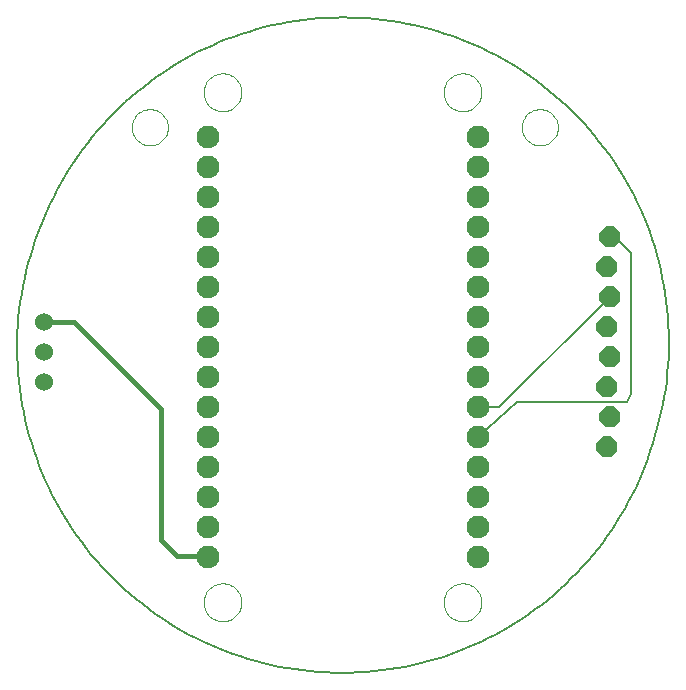
<source format=gbl>
G75*
%MOIN*%
%OFA0B0*%
%FSLAX24Y24*%
%IPPOS*%
%LPD*%
%AMOC8*
5,1,8,0,0,1.08239X$1,22.5*
%
%ADD10C,0.0000*%
%ADD11C,0.0050*%
%ADD12C,0.0080*%
%ADD13C,0.0760*%
%ADD14OC8,0.0700*%
%ADD15C,0.0600*%
%ADD16C,0.0160*%
D10*
X006445Y003425D02*
X006447Y003475D01*
X006453Y003525D01*
X006463Y003574D01*
X006477Y003622D01*
X006494Y003669D01*
X006515Y003714D01*
X006540Y003758D01*
X006568Y003799D01*
X006600Y003838D01*
X006634Y003875D01*
X006671Y003909D01*
X006711Y003939D01*
X006753Y003966D01*
X006797Y003990D01*
X006843Y004011D01*
X006890Y004027D01*
X006938Y004040D01*
X006988Y004049D01*
X007037Y004054D01*
X007088Y004055D01*
X007138Y004052D01*
X007187Y004045D01*
X007236Y004034D01*
X007284Y004019D01*
X007330Y004001D01*
X007375Y003979D01*
X007418Y003953D01*
X007459Y003924D01*
X007498Y003892D01*
X007534Y003857D01*
X007566Y003819D01*
X007596Y003779D01*
X007623Y003736D01*
X007646Y003692D01*
X007665Y003646D01*
X007681Y003598D01*
X007693Y003549D01*
X007701Y003500D01*
X007705Y003450D01*
X007705Y003400D01*
X007701Y003350D01*
X007693Y003301D01*
X007681Y003252D01*
X007665Y003204D01*
X007646Y003158D01*
X007623Y003114D01*
X007596Y003071D01*
X007566Y003031D01*
X007534Y002993D01*
X007498Y002958D01*
X007459Y002926D01*
X007418Y002897D01*
X007375Y002871D01*
X007330Y002849D01*
X007284Y002831D01*
X007236Y002816D01*
X007187Y002805D01*
X007138Y002798D01*
X007088Y002795D01*
X007037Y002796D01*
X006988Y002801D01*
X006938Y002810D01*
X006890Y002823D01*
X006843Y002839D01*
X006797Y002860D01*
X006753Y002884D01*
X006711Y002911D01*
X006671Y002941D01*
X006634Y002975D01*
X006600Y003012D01*
X006568Y003051D01*
X006540Y003092D01*
X006515Y003136D01*
X006494Y003181D01*
X006477Y003228D01*
X006463Y003276D01*
X006453Y003325D01*
X006447Y003375D01*
X006445Y003425D01*
X014445Y003425D02*
X014447Y003475D01*
X014453Y003525D01*
X014463Y003574D01*
X014477Y003622D01*
X014494Y003669D01*
X014515Y003714D01*
X014540Y003758D01*
X014568Y003799D01*
X014600Y003838D01*
X014634Y003875D01*
X014671Y003909D01*
X014711Y003939D01*
X014753Y003966D01*
X014797Y003990D01*
X014843Y004011D01*
X014890Y004027D01*
X014938Y004040D01*
X014988Y004049D01*
X015037Y004054D01*
X015088Y004055D01*
X015138Y004052D01*
X015187Y004045D01*
X015236Y004034D01*
X015284Y004019D01*
X015330Y004001D01*
X015375Y003979D01*
X015418Y003953D01*
X015459Y003924D01*
X015498Y003892D01*
X015534Y003857D01*
X015566Y003819D01*
X015596Y003779D01*
X015623Y003736D01*
X015646Y003692D01*
X015665Y003646D01*
X015681Y003598D01*
X015693Y003549D01*
X015701Y003500D01*
X015705Y003450D01*
X015705Y003400D01*
X015701Y003350D01*
X015693Y003301D01*
X015681Y003252D01*
X015665Y003204D01*
X015646Y003158D01*
X015623Y003114D01*
X015596Y003071D01*
X015566Y003031D01*
X015534Y002993D01*
X015498Y002958D01*
X015459Y002926D01*
X015418Y002897D01*
X015375Y002871D01*
X015330Y002849D01*
X015284Y002831D01*
X015236Y002816D01*
X015187Y002805D01*
X015138Y002798D01*
X015088Y002795D01*
X015037Y002796D01*
X014988Y002801D01*
X014938Y002810D01*
X014890Y002823D01*
X014843Y002839D01*
X014797Y002860D01*
X014753Y002884D01*
X014711Y002911D01*
X014671Y002941D01*
X014634Y002975D01*
X014600Y003012D01*
X014568Y003051D01*
X014540Y003092D01*
X014515Y003136D01*
X014494Y003181D01*
X014477Y003228D01*
X014463Y003276D01*
X014453Y003325D01*
X014447Y003375D01*
X014445Y003425D01*
X017052Y019255D02*
X017054Y019304D01*
X017060Y019352D01*
X017070Y019399D01*
X017083Y019446D01*
X017100Y019491D01*
X017121Y019535D01*
X017145Y019577D01*
X017173Y019617D01*
X017204Y019655D01*
X017237Y019690D01*
X017274Y019722D01*
X017312Y019751D01*
X017353Y019777D01*
X017396Y019800D01*
X017441Y019819D01*
X017487Y019834D01*
X017534Y019846D01*
X017582Y019854D01*
X017631Y019858D01*
X017679Y019858D01*
X017728Y019854D01*
X017776Y019846D01*
X017823Y019834D01*
X017869Y019819D01*
X017914Y019800D01*
X017956Y019777D01*
X017998Y019751D01*
X018036Y019722D01*
X018073Y019690D01*
X018106Y019655D01*
X018137Y019617D01*
X018165Y019577D01*
X018189Y019535D01*
X018210Y019491D01*
X018227Y019446D01*
X018240Y019399D01*
X018250Y019352D01*
X018256Y019304D01*
X018258Y019255D01*
X018256Y019206D01*
X018250Y019158D01*
X018240Y019111D01*
X018227Y019064D01*
X018210Y019019D01*
X018189Y018975D01*
X018165Y018933D01*
X018137Y018893D01*
X018106Y018855D01*
X018073Y018820D01*
X018036Y018788D01*
X017998Y018759D01*
X017957Y018733D01*
X017914Y018710D01*
X017869Y018691D01*
X017823Y018676D01*
X017776Y018664D01*
X017728Y018656D01*
X017679Y018652D01*
X017631Y018652D01*
X017582Y018656D01*
X017534Y018664D01*
X017487Y018676D01*
X017441Y018691D01*
X017396Y018710D01*
X017354Y018733D01*
X017312Y018759D01*
X017274Y018788D01*
X017237Y018820D01*
X017204Y018855D01*
X017173Y018893D01*
X017145Y018933D01*
X017121Y018975D01*
X017100Y019019D01*
X017083Y019064D01*
X017070Y019111D01*
X017060Y019158D01*
X017054Y019206D01*
X017052Y019255D01*
X014445Y020425D02*
X014447Y020475D01*
X014453Y020525D01*
X014463Y020574D01*
X014477Y020622D01*
X014494Y020669D01*
X014515Y020714D01*
X014540Y020758D01*
X014568Y020799D01*
X014600Y020838D01*
X014634Y020875D01*
X014671Y020909D01*
X014711Y020939D01*
X014753Y020966D01*
X014797Y020990D01*
X014843Y021011D01*
X014890Y021027D01*
X014938Y021040D01*
X014988Y021049D01*
X015037Y021054D01*
X015088Y021055D01*
X015138Y021052D01*
X015187Y021045D01*
X015236Y021034D01*
X015284Y021019D01*
X015330Y021001D01*
X015375Y020979D01*
X015418Y020953D01*
X015459Y020924D01*
X015498Y020892D01*
X015534Y020857D01*
X015566Y020819D01*
X015596Y020779D01*
X015623Y020736D01*
X015646Y020692D01*
X015665Y020646D01*
X015681Y020598D01*
X015693Y020549D01*
X015701Y020500D01*
X015705Y020450D01*
X015705Y020400D01*
X015701Y020350D01*
X015693Y020301D01*
X015681Y020252D01*
X015665Y020204D01*
X015646Y020158D01*
X015623Y020114D01*
X015596Y020071D01*
X015566Y020031D01*
X015534Y019993D01*
X015498Y019958D01*
X015459Y019926D01*
X015418Y019897D01*
X015375Y019871D01*
X015330Y019849D01*
X015284Y019831D01*
X015236Y019816D01*
X015187Y019805D01*
X015138Y019798D01*
X015088Y019795D01*
X015037Y019796D01*
X014988Y019801D01*
X014938Y019810D01*
X014890Y019823D01*
X014843Y019839D01*
X014797Y019860D01*
X014753Y019884D01*
X014711Y019911D01*
X014671Y019941D01*
X014634Y019975D01*
X014600Y020012D01*
X014568Y020051D01*
X014540Y020092D01*
X014515Y020136D01*
X014494Y020181D01*
X014477Y020228D01*
X014463Y020276D01*
X014453Y020325D01*
X014447Y020375D01*
X014445Y020425D01*
X006445Y020425D02*
X006447Y020475D01*
X006453Y020525D01*
X006463Y020574D01*
X006477Y020622D01*
X006494Y020669D01*
X006515Y020714D01*
X006540Y020758D01*
X006568Y020799D01*
X006600Y020838D01*
X006634Y020875D01*
X006671Y020909D01*
X006711Y020939D01*
X006753Y020966D01*
X006797Y020990D01*
X006843Y021011D01*
X006890Y021027D01*
X006938Y021040D01*
X006988Y021049D01*
X007037Y021054D01*
X007088Y021055D01*
X007138Y021052D01*
X007187Y021045D01*
X007236Y021034D01*
X007284Y021019D01*
X007330Y021001D01*
X007375Y020979D01*
X007418Y020953D01*
X007459Y020924D01*
X007498Y020892D01*
X007534Y020857D01*
X007566Y020819D01*
X007596Y020779D01*
X007623Y020736D01*
X007646Y020692D01*
X007665Y020646D01*
X007681Y020598D01*
X007693Y020549D01*
X007701Y020500D01*
X007705Y020450D01*
X007705Y020400D01*
X007701Y020350D01*
X007693Y020301D01*
X007681Y020252D01*
X007665Y020204D01*
X007646Y020158D01*
X007623Y020114D01*
X007596Y020071D01*
X007566Y020031D01*
X007534Y019993D01*
X007498Y019958D01*
X007459Y019926D01*
X007418Y019897D01*
X007375Y019871D01*
X007330Y019849D01*
X007284Y019831D01*
X007236Y019816D01*
X007187Y019805D01*
X007138Y019798D01*
X007088Y019795D01*
X007037Y019796D01*
X006988Y019801D01*
X006938Y019810D01*
X006890Y019823D01*
X006843Y019839D01*
X006797Y019860D01*
X006753Y019884D01*
X006711Y019911D01*
X006671Y019941D01*
X006634Y019975D01*
X006600Y020012D01*
X006568Y020051D01*
X006540Y020092D01*
X006515Y020136D01*
X006494Y020181D01*
X006477Y020228D01*
X006463Y020276D01*
X006453Y020325D01*
X006447Y020375D01*
X006445Y020425D01*
X004052Y019255D02*
X004054Y019304D01*
X004060Y019352D01*
X004070Y019399D01*
X004083Y019446D01*
X004100Y019491D01*
X004121Y019535D01*
X004145Y019577D01*
X004173Y019617D01*
X004204Y019655D01*
X004237Y019690D01*
X004274Y019722D01*
X004312Y019751D01*
X004353Y019777D01*
X004396Y019800D01*
X004441Y019819D01*
X004487Y019834D01*
X004534Y019846D01*
X004582Y019854D01*
X004631Y019858D01*
X004679Y019858D01*
X004728Y019854D01*
X004776Y019846D01*
X004823Y019834D01*
X004869Y019819D01*
X004914Y019800D01*
X004956Y019777D01*
X004998Y019751D01*
X005036Y019722D01*
X005073Y019690D01*
X005106Y019655D01*
X005137Y019617D01*
X005165Y019577D01*
X005189Y019535D01*
X005210Y019491D01*
X005227Y019446D01*
X005240Y019399D01*
X005250Y019352D01*
X005256Y019304D01*
X005258Y019255D01*
X005256Y019206D01*
X005250Y019158D01*
X005240Y019111D01*
X005227Y019064D01*
X005210Y019019D01*
X005189Y018975D01*
X005165Y018933D01*
X005137Y018893D01*
X005106Y018855D01*
X005073Y018820D01*
X005036Y018788D01*
X004998Y018759D01*
X004957Y018733D01*
X004914Y018710D01*
X004869Y018691D01*
X004823Y018676D01*
X004776Y018664D01*
X004728Y018656D01*
X004679Y018652D01*
X004631Y018652D01*
X004582Y018656D01*
X004534Y018664D01*
X004487Y018676D01*
X004441Y018691D01*
X004396Y018710D01*
X004354Y018733D01*
X004312Y018759D01*
X004274Y018788D01*
X004237Y018820D01*
X004204Y018855D01*
X004173Y018893D01*
X004145Y018933D01*
X004121Y018975D01*
X004100Y019019D01*
X004083Y019064D01*
X004070Y019111D01*
X004060Y019158D01*
X004054Y019206D01*
X004052Y019255D01*
D11*
X001025Y015995D02*
X000928Y015748D01*
X000838Y015499D01*
X000753Y015248D01*
X000675Y014995D01*
X000602Y014740D01*
X000537Y014483D01*
X000477Y014225D01*
X000424Y013965D01*
X000377Y013704D01*
X000336Y013442D01*
X000302Y013179D01*
X000274Y012916D01*
X000253Y012652D01*
X000238Y012387D01*
X000230Y012122D01*
X000228Y011857D01*
X000233Y011592D01*
X000244Y011327D01*
X000262Y011063D01*
X000286Y010799D01*
X000316Y010536D01*
X000353Y010273D01*
X000396Y010012D01*
X000446Y009752D01*
X000502Y009493D01*
X000564Y009235D01*
X000633Y008979D01*
X000708Y008725D01*
X000789Y008472D01*
X000876Y008222D01*
X000970Y007974D01*
X001069Y007728D01*
X001174Y007485D01*
X001286Y007245D01*
X001403Y007007D01*
X001525Y006772D01*
X001654Y006540D01*
X001788Y006312D01*
X001928Y006087D01*
X002073Y005865D01*
X002224Y005647D01*
X002380Y005433D01*
X002541Y005222D01*
X002707Y005016D01*
X002878Y004813D01*
X003054Y004615D01*
X003235Y004421D01*
X003420Y004232D01*
X003610Y004048D01*
X003805Y003868D01*
X004004Y003692D01*
X004207Y003522D01*
X004414Y003357D01*
X004625Y003197D01*
X004840Y003042D01*
X005059Y002892D01*
X005282Y002748D01*
X005507Y002609D01*
X005736Y002476D01*
X005969Y002349D01*
X006204Y002227D01*
X006442Y002111D01*
X006683Y002001D01*
X006927Y001896D01*
X007173Y001798D01*
X007422Y001706D01*
X007672Y001620D01*
X007925Y001540D01*
X008180Y001466D01*
X008436Y001399D01*
X008694Y001337D01*
X008953Y001283D01*
X009214Y001234D01*
X009475Y001192D01*
X009738Y001156D01*
X010001Y001127D01*
X010265Y001104D01*
X010530Y001087D01*
X010795Y001077D01*
X011060Y001074D01*
X011325Y001077D01*
X011589Y001086D01*
X011854Y001102D01*
X012118Y001125D01*
X012381Y001154D01*
X012644Y001189D01*
X012906Y001231D01*
X013166Y001279D01*
X013426Y001333D01*
X013684Y001394D01*
X013940Y001461D01*
X014195Y001534D01*
X014448Y001614D01*
X014698Y001700D01*
X014947Y001791D01*
X015193Y001889D01*
X015437Y001993D01*
X015679Y002103D01*
X015917Y002218D01*
X016153Y002340D01*
X016385Y002467D01*
X016614Y002600D01*
X016841Y002738D01*
X017063Y002882D01*
X017282Y003031D01*
X017497Y003186D01*
X017709Y003345D01*
X017916Y003510D01*
X018120Y003680D01*
X018319Y003855D01*
X018514Y004035D01*
X018704Y004219D01*
X018890Y004408D01*
X019071Y004601D01*
X019248Y004799D01*
X019419Y005001D01*
X019586Y005207D01*
X019747Y005417D01*
X019903Y005632D01*
X020054Y005849D01*
X020200Y006071D01*
X020340Y006296D01*
X020475Y006524D01*
X020604Y006756D01*
X020727Y006990D01*
X020844Y007228D01*
X020956Y007468D01*
X021062Y007711D01*
X021162Y007957D01*
X021255Y008205D01*
D12*
X020565Y010115D02*
X016895Y010115D01*
X015575Y008925D01*
X015575Y009925D02*
X016295Y009925D01*
X019975Y013605D01*
X020695Y015075D02*
X020695Y010375D01*
X020565Y010115D01*
X020695Y015075D02*
X020165Y015605D01*
X019975Y015605D01*
X021245Y008235D02*
X021336Y008484D01*
X021421Y008736D01*
X021501Y008989D01*
X021573Y009244D01*
X021640Y009501D01*
X021700Y009760D01*
X021754Y010020D01*
X021802Y010281D01*
X021843Y010544D01*
X021878Y010807D01*
X021906Y011071D01*
X021928Y011336D01*
X021943Y011601D01*
X021952Y011866D01*
X021954Y012132D01*
X021950Y012397D01*
X021939Y012663D01*
X021922Y012928D01*
X021898Y013192D01*
X021868Y013456D01*
X021831Y013719D01*
X021788Y013981D01*
X021738Y014242D01*
X021682Y014501D01*
X021620Y014760D01*
X021551Y015016D01*
X021476Y015271D01*
X021395Y015524D01*
X021308Y015775D01*
X021215Y016023D01*
X021115Y016269D01*
X021010Y016513D01*
X020898Y016754D01*
X020781Y016992D01*
X020658Y017228D01*
X020529Y017460D01*
X020394Y017689D01*
X020254Y017914D01*
X020109Y018137D01*
X019958Y018355D01*
X019802Y018570D01*
X019640Y018781D01*
X019474Y018987D01*
X019302Y019190D01*
X019125Y019388D01*
X018944Y019582D01*
X018758Y019772D01*
X018567Y019957D01*
X018372Y020137D01*
X018173Y020312D01*
X017969Y020483D01*
X017761Y020648D01*
X017549Y020808D01*
X017334Y020963D01*
X017114Y021112D01*
X016891Y021257D01*
X016665Y021395D01*
X016435Y021528D01*
X016202Y021656D01*
X015966Y021777D01*
X015727Y021893D01*
X015485Y022003D01*
X015241Y022107D01*
X014994Y022205D01*
X014745Y022297D01*
X014493Y022383D01*
X014240Y022462D01*
X013985Y022535D01*
X013728Y022602D01*
X013469Y022663D01*
X013209Y022717D01*
X012948Y022765D01*
X012686Y022807D01*
X012423Y022842D01*
X012159Y022870D01*
X011894Y022893D01*
X011629Y022908D01*
X011364Y022917D01*
X011098Y022920D01*
X010833Y022916D01*
X010567Y022906D01*
X010302Y022889D01*
X010038Y022865D01*
X009774Y022835D01*
X009511Y022799D01*
X009249Y022756D01*
X008988Y022707D01*
X008728Y022652D01*
X008470Y022590D01*
X008213Y022521D01*
X007958Y022447D01*
X007705Y022366D01*
X007454Y022279D01*
X007206Y022186D01*
X006959Y022087D01*
X006715Y021982D01*
X006474Y021871D01*
X006236Y021754D01*
X006000Y021631D01*
X005768Y021503D01*
X005539Y021369D01*
X005313Y021229D01*
X005091Y021084D01*
X004872Y020933D01*
X004657Y020777D01*
X004446Y020616D01*
X004239Y020450D01*
X004036Y020278D01*
X003837Y020102D01*
X003643Y019921D01*
X003453Y019735D01*
X003268Y019545D01*
X003088Y019350D01*
X002912Y019151D01*
X002741Y018947D01*
X002576Y018740D01*
X002415Y018528D01*
X002260Y018313D01*
X002110Y018093D01*
X001966Y017871D01*
X001827Y017644D01*
X001693Y017415D01*
X001566Y017182D01*
X001444Y016946D01*
X001328Y016707D01*
X001217Y016466D01*
X001113Y016221D01*
X001015Y015975D01*
D13*
X006575Y015925D03*
X006575Y016925D03*
X006575Y017925D03*
X006575Y018925D03*
X006575Y014925D03*
X006575Y013925D03*
X006575Y012925D03*
X006575Y011925D03*
X006575Y010925D03*
X006575Y009925D03*
X006575Y008925D03*
X006575Y007925D03*
X006575Y006925D03*
X006575Y005925D03*
X006575Y004925D03*
X015575Y004925D03*
X015575Y005925D03*
X015575Y006925D03*
X015575Y007925D03*
X015575Y008925D03*
X015575Y009925D03*
X015575Y010925D03*
X015575Y011925D03*
X015575Y012925D03*
X015575Y013925D03*
X015575Y014925D03*
X015575Y015925D03*
X015575Y016925D03*
X015575Y017925D03*
X015575Y018925D03*
D14*
X019975Y015605D03*
X019875Y014605D03*
X019975Y013605D03*
X019875Y012605D03*
X019975Y011605D03*
X019875Y010605D03*
X019975Y009605D03*
X019875Y008605D03*
D15*
X001125Y010775D03*
X001125Y011775D03*
X001125Y012775D03*
D16*
X005025Y005505D02*
X005555Y004975D01*
X006525Y004975D01*
X006575Y004925D01*
X005025Y005505D02*
X005025Y009865D01*
X002115Y012775D01*
X001125Y012775D01*
M02*

</source>
